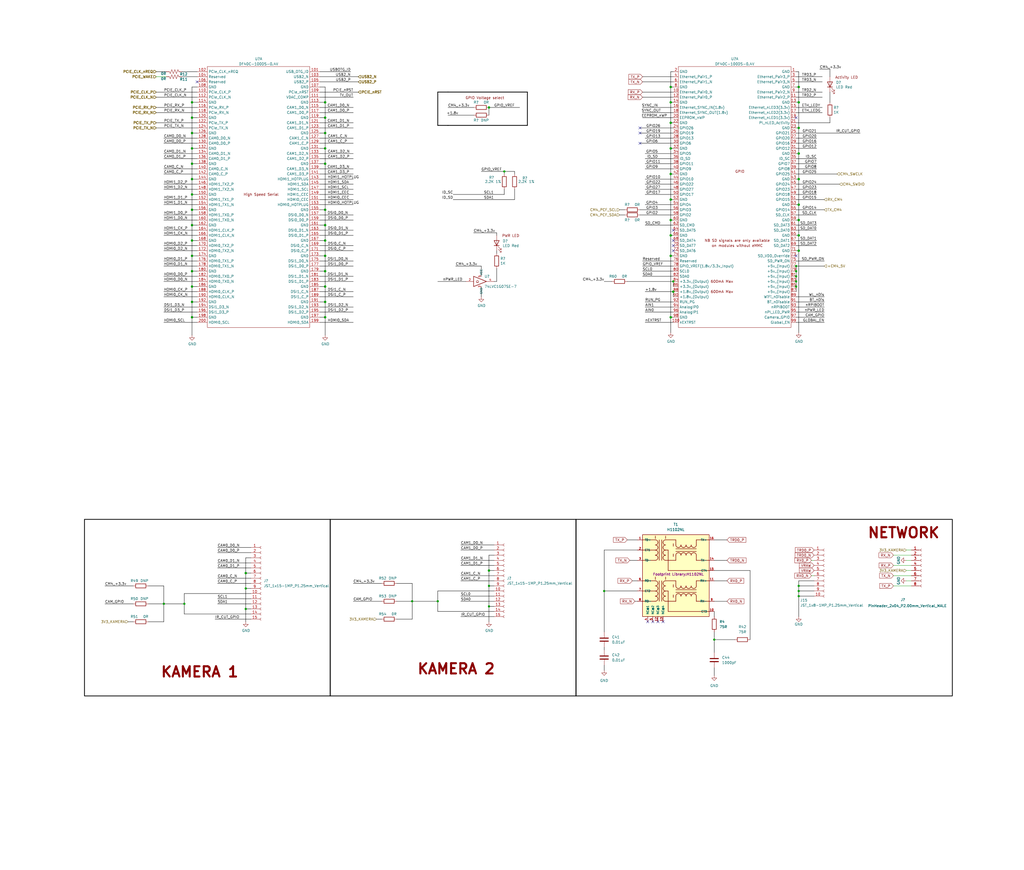
<source format=kicad_sch>
(kicad_sch (version 20231120) (generator "eeschema") (generator_version "8.0")
  (paper "User" 508 431.8)
  (junction (at 394.97 139.7))
  (junction (at 95.25 104.14) (diameter 1.016))
  (junction (at 95.25 142.24) (diameter 1.016))
  (junction (at 242.57 283.21) (diameter 1.016))
  (junction (at 95.25 96.52) (diameter 1.016))
  (junction (at 161.29 142.24) (diameter 1.016))
  (junction (at 121.92 292.1))
  (junction (at 95.25 81.28) (diameter 1.016))
  (junction (at 394.97 132.08))
  (junction (at 95.25 58.42) (diameter 1.016))
  (junction (at 161.29 104.14) (diameter 1.016))
  (junction (at 396.24 124.46) (diameter 1.016))
  (junction (at 396.24 109.22) (diameter 1.016))
  (junction (at 95.25 127) (diameter 1.016))
  (junction (at 396.24 101.6) (diameter 1.016))
  (junction (at 217.17 298.45))
  (junction (at 250.19 85.09))
  (junction (at 161.29 157.48) (diameter 1.016))
  (junction (at 396.24 116.84) (diameter 1.016))
  (junction (at 332.74 99.06) (diameter 1.016))
  (junction (at 95.25 111.76) (diameter 1.016))
  (junction (at 396.24 63.5) (diameter 1.016))
  (junction (at 396.24 290.83))
  (junction (at 332.74 86.36) (diameter 1.016))
  (junction (at 161.29 119.38) (diameter 1.016))
  (junction (at 161.29 149.86) (diameter 1.016))
  (junction (at 334.01 144.78) (diameter 1.016))
  (junction (at 95.25 157.48) (diameter 1.016))
  (junction (at 95.25 134.62) (diameter 1.016))
  (junction (at 161.29 81.28) (diameter 1.016))
  (junction (at 394.97 137.16))
  (junction (at 204.47 298.45))
  (junction (at 95.25 149.86) (diameter 1.016))
  (junction (at 161.29 50.8) (diameter 1.016))
  (junction (at 332.74 60.96) (diameter 1.016))
  (junction (at 161.29 66.04) (diameter 1.016))
  (junction (at 396.24 88.9) (diameter 1.016))
  (junction (at 332.74 109.22) (diameter 1.016))
  (junction (at 161.29 73.66) (diameter 1.016))
  (junction (at 161.29 134.62) (diameter 1.016))
  (junction (at 81.28 299.72))
  (junction (at 332.74 116.84) (diameter 1.016))
  (junction (at 161.29 111.76) (diameter 1.016))
  (junction (at 91.44 299.72))
  (junction (at 161.29 58.42) (diameter 1.016))
  (junction (at 394.97 142.24))
  (junction (at 95.25 50.8) (diameter 1.016))
  (junction (at 396.24 50.8) (diameter 1.016))
  (junction (at 396.24 295.91))
  (junction (at 121.92 284.48) (diameter 1.016))
  (junction (at 394.97 134.62))
  (junction (at 332.74 73.66) (diameter 1.016))
  (junction (at 354.33 317.5))
  (junction (at 299.72 293.37))
  (junction (at 396.24 76.2) (diameter 1.016))
  (junction (at 121.92 302.26))
  (junction (at 161.29 127) (diameter 1.016))
  (junction (at 242.57 53.34) (diameter 1.016))
  (junction (at 242.57 290.83))
  (junction (at 332.74 43.18) (diameter 1.016))
  (junction (at 334.01 139.7))
  (junction (at 332.74 50.8) (diameter 1.016))
  (junction (at 95.25 119.38) (diameter 1.016))
  (junction (at 95.25 66.04) (diameter 1.016))
  (junction (at 242.57 300.99))
  (junction (at 396.24 293.37))
  (junction (at 332.74 127) (diameter 1.016))
  (junction (at 95.25 73.66) (diameter 1.016))
  (junction (at 396.24 43.18) (diameter 1.016))
  (junction (at 95.25 88.9) (diameter 1.016))
  (junction (at 332.74 157.48) (diameter 1.016))
  (no_connect (at 97.79 40.64))
  (no_connect (at 394.97 58.42))
  (no_connect (at 334.01 119.38))
  (no_connect (at 328.93 308.61))
  (no_connect (at 334.01 121.92))
  (no_connect (at 394.97 127))
  (no_connect (at 317.5 63.5))
  (no_connect (at 317.5 66.04))
  (no_connect (at 334.01 124.46))
  (no_connect (at 323.85 308.61))
  (no_connect (at 326.39 308.61))
  (no_connect (at 321.31 308.61))
  (no_connect (at 334.01 114.3))
  (no_connect (at 317.5 71.12))
  (wire (pts (xy 121.92 302.26) (xy 124.46 302.26)) (stroke (width 0.1778) (color 0 0 0 1)))
  (wire (pts (xy 411.734 38.1) (xy 411.734 34.29)) (stroke (width 0.1778) (color 0 0 0 1)))
  (wire (pts (xy 394.97 53.34) (xy 407.924 53.34)) (stroke (width 0.1778) (color 0 0 0 1)))
  (wire (pts (xy 228.6 288.29) (xy 245.11 288.29)) (stroke (width 0.1778) (color 0 0 0 1)))
  (wire (pts (xy 158.75 119.38) (xy 161.29 119.38)) (stroke (width 0.1778) (color 0 0 0 1)))
  (wire (pts (xy 158.75 50.8) (xy 161.29 50.8)) (stroke (width 0.1778) (color 0 0 0 1)))
  (wire (pts (xy 77.47 48.26) (xy 97.79 48.26)) (stroke (width 0.1778) (color 0 0 0 1)))
  (wire (pts (xy 318.77 48.26) (xy 334.01 48.26)) (stroke (width 0.1778) (color 0 0 0 1)))
  (wire (pts (xy 158.75 40.64) (xy 177.8 40.64)) (stroke (width 0.1778) (color 0 0 0 1)))
  (wire (pts (xy 107.95 289.56) (xy 124.46 289.56)) (stroke (width 0.1778) (color 0 0 0 1)))
  (wire (pts (xy 394.97 40.64) (xy 407.924 40.64)) (stroke (width 0.1778) (color 0 0 0 1)))
  (wire (pts (xy 158.75 134.62) (xy 161.29 134.62)) (stroke (width 0.1778) (color 0 0 0 1)))
  (wire (pts (xy 320.04 111.76) (xy 334.01 111.76)) (stroke (width 0.1778) (color 0 0 0 1)))
  (wire (pts (xy 394.97 96.52) (xy 405.13 96.52)) (stroke (width 0.1778) (color 0 0 0 1)))
  (wire (pts (xy 161.29 43.18) (xy 158.75 43.18)) (stroke (width 0.1778) (color 0 0 0 1)))
  (wire (pts (xy 158.75 91.44) (xy 175.26 91.44)) (stroke (width 0.1778) (color 0 0 0 1)))
  (wire (pts (xy 246.38 133.35) (xy 246.38 139.7)) (stroke (width 0.1778) (color 0 0 0 1)))
  (wire (pts (xy 246.38 139.7) (xy 245.11 139.7)) (stroke (width 0.1778) (color 0 0 0 1)))
  (wire (pts (xy 246.38 124.46) (xy 246.38 125.73)) (stroke (width 0.1778) (color 0 0 0 1)))
  (wire (pts (xy 334.01 50.8) (xy 332.74 50.8)) (stroke (width 0.1778) (color 0 0 0 1)))
  (wire (pts (xy 320.04 93.98) (xy 334.01 93.98)) (stroke (width 0.1778) (color 0 0 0 1)))
  (wire (pts (xy 121.92 284.48) (xy 124.46 284.48)) (stroke (width 0.1778) (color 0 0 0 1)))
  (wire (pts (xy 354.33 283.21) (xy 372.11 283.21)) (stroke (width 0.1778) (color 0 0 0 1)))
  (wire (pts (xy 77.47 35.56) (xy 82.55 35.56)) (stroke (width 0.1778) (color 0 0 0 1)))
  (wire (pts (xy 246.38 116.84) (xy 246.38 115.57)) (stroke (width 0.1778) (color 0 0 0 1)))
  (wire (pts (xy 107.95 287.02) (xy 124.46 287.02)) (stroke (width 0.1778) (color 0 0 0 1)))
  (wire (pts (xy 332.74 86.36) (xy 332.74 99.06)) (stroke (width 0.1778) (color 0 0 0 1)))
  (wire (pts (xy 175.26 129.54) (xy 158.75 129.54)) (stroke (width 0.1778) (color 0 0 0 1)))
  (wire (pts (xy 158.75 68.58) (xy 175.26 68.58)) (stroke (width 0.1778) (color 0 0 0 1)))
  (wire (pts (xy 394.97 78.74) (xy 405.13 78.74)) (stroke (width 0.1778) (color 0 0 0 1)))
  (wire (pts (xy 81.28 109.22) (xy 97.79 109.22)) (stroke (width 0.1778) (color 0 0 0 1)))
  (wire (pts (xy 158.75 104.14) (xy 161.29 104.14)) (stroke (width 0.1778) (color 0 0 0 1)))
  (wire (pts (xy 299.72 139.7) (xy 303.53 139.7)) (stroke (width 0.1778) (color 0 0 0 1)))
  (wire (pts (xy 121.92 292.1) (xy 124.46 292.1)) (stroke (width 0.1778) (color 0 0 0 1)))
  (polyline (pts (xy 217.17 62.23) (xy 222.25 62.23)) (stroke (width 0.381) (type solid) (color 0 0 0 1)))
  (wire (pts (xy 161.29 66.04) (xy 161.29 58.42)) (stroke (width 0.1778) (color 0 0 0 1)))
  (wire (pts (xy 396.24 116.84) (xy 396.24 124.46)) (stroke (width 0.1778) (color 0 0 0 1)))
  (wire (pts (xy 158.75 81.28) (xy 161.29 81.28)) (stroke (width 0.1778) (color 0 0 0 1)))
  (wire (pts (xy 97.79 157.48) (xy 95.25 157.48)) (stroke (width 0.1778) (color 0 0 0 1)))
  (wire (pts (xy 313.69 288.29) (xy 316.23 288.29)) (stroke (width 0.1778) (color 0 0 0 1)))
  (wire (pts (xy 186.69 307.34) (xy 189.23 307.34)) (stroke (width 0.1778) (color 0 0 0 1)))
  (wire (pts (xy 394.97 116.84) (xy 396.24 116.84)) (stroke (width 0.1778) (color 0 0 0 1)))
  (wire (pts (xy 95.25 111.76) (xy 97.79 111.76)) (stroke (width 0.1778) (color 0 0 0 1)))
  (wire (pts (xy 394.97 154.94) (xy 408.94 154.94)) (stroke (width 0.1778) (color 0 0 0 1)))
  (wire (pts (xy 332.74 116.84) (xy 332.74 127)) (stroke (width 0.1778) (color 0 0 0 1)))
  (wire (pts (xy 91.44 294.64) (xy 124.46 294.64)) (stroke (width 0.1778) (color 0 0 0 1)))
  (wire (pts (xy 320.04 149.86) (xy 334.01 149.86)) (stroke (width 0.1778) (color 0 0 0 1)))
  (wire (pts (xy 396.24 88.9) (xy 396.24 101.6)) (stroke (width 0.1778) (color 0 0 0 1)))
  (wire (pts (xy 394.97 129.54) (xy 408.94 129.54)) (stroke (width 0.1778) (color 0 0 0 1)))
  (wire (pts (xy 394.97 132.08) (xy 394.97 134.62)) (stroke (width 0.1778) (color 0 0 0 1)))
  (wire (pts (xy 394.97 157.48) (xy 408.94 157.48)) (stroke (width 0.1778) (color 0 0 0 1)))
  (wire (pts (xy 158.75 116.84) (xy 175.26 116.84)) (stroke (width 0.1778) (color 0 0 0 1)))
  (wire (pts (xy 360.68 267.97) (xy 354.33 267.97)) (stroke (width 0.1778) (color 0 0 0 1)))
  (wire (pts (xy 158.75 144.78) (xy 175.26 144.78)) (stroke (width 0.1778) (color 0 0 0 1)))
  (wire (pts (xy 320.04 88.9) (xy 334.01 88.9)) (stroke (width 0.1778) (color 0 0 0 1)))
  (wire (pts (xy 106.68 307.34) (xy 124.46 307.34)) (stroke (width 0.1778) (color 0 0 0 1)))
  (wire (pts (xy 396.24 293.37) (xy 396.24 295.91)) (stroke (width 0.1778) (color 0 0 0 1)))
  (wire (pts (xy 394.97 139.7) (xy 394.97 142.24)) (stroke (width 0.1778) (color 0 0 0 1)))
  (wire (pts (xy 372.11 283.21) (xy 372.11 317.5)) (stroke (width 0.1778) (color 0 0 0 1)))
  (wire (pts (xy 95.25 119.38) (xy 97.79 119.38)) (stroke (width 0.1778) (color 0 0 0 1)))
  (wire (pts (xy 318.77 129.54) (xy 334.01 129.54)) (stroke (width 0.1778) (color 0 0 0 1)))
  (wire (pts (xy 443.23 280.67) (xy 452.12 280.67)))
  (wire (pts (xy 161.29 81.28) (xy 161.29 73.66)) (stroke (width 0.1778) (color 0 0 0 1)))
  (wire (pts (xy 81.28 86.36) (xy 97.79 86.36)) (stroke (width 0.1778) (color 0 0 0 1)))
  (wire (pts (xy 81.28 290.83) (xy 81.28 299.72)) (stroke (width 0.1778) (color 0 0 0 1)))
  (wire (pts (xy 242.57 300.99) (xy 245.11 300.99)) (stroke (width 0.1778) (color 0 0 0 1)))
  (wire (pts (xy 158.75 93.98) (xy 175.26 93.98)) (stroke (width 0.1778) (color 0 0 0 1)))
  (wire (pts (xy 158.75 38.1) (xy 177.8 38.1)) (stroke (width 0.1778) (color 0 0 0 1)))
  (wire (pts (xy 394.97 152.4) (xy 408.94 152.4)) (stroke (width 0.1778) (color 0 0 0 1)))
  (wire (pts (xy 354.33 303.53) (xy 354.33 306.07)) (stroke (width 0.1778) (color 0 0 0 1)))
  (wire (pts (xy 161.29 142.24) (xy 161.29 149.86)) (stroke (width 0.1778) (color 0 0 0 1)))
  (wire (pts (xy 396.24 295.91) (xy 403.86 295.91)) (stroke (width 0.1778) (color 0 0 0 1)))
  (wire (pts (xy 394.97 147.32) (xy 408.94 147.32)) (stroke (width 0.1778) (color 0 0 0 1)))
  (wire (pts (xy 95.25 142.24) (xy 97.79 142.24)) (stroke (width 0.1778) (color 0 0 0 1)))
  (wire (pts (xy 318.77 134.62) (xy 334.01 134.62)) (stroke (width 0.1778) (color 0 0 0 1)))
  (wire (pts (xy 394.97 48.26) (xy 407.924 48.26)) (stroke (width 0.1778) (color 0 0 0 1)))
  (wire (pts (xy 332.74 60.96) (xy 334.01 60.96)) (stroke (width 0.1778) (color 0 0 0 1)))
  (wire (pts (xy 222.25 53.34) (xy 234.95 53.34)) (stroke (width 0.1778) (color 0 0 0 1)))
  (wire (pts (xy 396.24 101.6) (xy 396.24 109.22)) (stroke (width 0.1778) (color 0 0 0 1)))
  (wire (pts (xy 91.44 294.64) (xy 91.44 299.72)) (stroke (width 0.1778) (color 0 0 0 1)))
  (wire (pts (xy 320.04 160.02) (xy 334.01 160.02)) (stroke (width 0.1778) (color 0 0 0 1)))
  (wire (pts (xy 217.17 298.45) (xy 217.17 303.53)) (stroke (width 0.1778) (color 0 0 0 1)))
  (wire (pts (xy 332.74 43.18) (xy 332.74 50.8)) (stroke (width 0.1778) (color 0 0 0 1)))
  (wire (pts (xy 81.28 101.6) (xy 97.79 101.6)) (stroke (width 0.1778) (color 0 0 0 1)))
  (wire (pts (xy 107.95 281.94) (xy 124.46 281.94)) (stroke (width 0.1778) (color 0 0 0 1)))
  (wire (pts (xy 394.97 43.18) (xy 396.24 43.18)) (stroke (width 0.1778) (color 0 0 0 1)))
  (wire (pts (xy 394.97 104.14) (xy 408.94 104.14)) (stroke (width 0.1778) (color 0 0 0 1)))
  (wire (pts (xy 95.25 142.24) (xy 95.25 149.86)) (stroke (width 0.1778) (color 0 0 0 1)))
  (wire (pts (xy 396.24 288.29) (xy 396.24 290.83)) (stroke (width 0.1778) (color 0 0 0 1)))
  (wire (pts (xy 158.75 121.92) (xy 175.26 121.92)) (stroke (width 0.1778) (color 0 0 0 1)))
  (wire (pts (xy 107.95 274.32) (xy 124.46 274.32)) (stroke (width 0.1778) (color 0 0 0 1)))
  (wire (pts (xy 334.01 157.48) (xy 332.74 157.48)) (stroke (width 0.1778) (color 0 0 0 1)))
  (wire (pts (xy 394.97 142.24) (xy 394.97 144.78)) (stroke (width 0.1778) (color 0 0 0 1)))
  (wire (pts (xy 307.34 106.68) (xy 309.88 106.68)) (stroke (width 0.1778) (color 0 0 0 1)))
  (wire (pts (xy 158.75 99.06) (xy 175.26 99.06)) (stroke (width 0.1778) (color 0 0 0 1)))
  (wire (pts (xy 91.44 304.8) (xy 124.46 304.8)) (stroke (width 0.1778) (color 0 0 0 1)))
  (wire (pts (xy 81.28 121.92) (xy 97.79 121.92)) (stroke (width 0.1778) (color 0 0 0 1)))
  (wire (pts (xy 204.47 298.45) (xy 204.47 307.34)) (stroke (width 0.1778) (color 0 0 0 1)))
  (wire (pts (xy 299.72 273.05) (xy 299.72 293.37)) (stroke (width 0.1778) (color 0 0 0 1)))
  (wire (pts (xy 360.68 278.13) (xy 354.33 278.13)) (stroke (width 0.1778) (color 0 0 0 1)))
  (wire (pts (xy 95.25 50.8) (xy 95.25 58.42)) (stroke (width 0.1778) (color 0 0 0 1)))
  (wire (pts (xy 217.17 303.53) (xy 245.11 303.53)) (stroke (width 0.1778) (color 0 0 0 1)))
  (wire (pts (xy 394.97 45.72) (xy 407.924 45.72)) (stroke (width 0.1778) (color 0 0 0 1)))
  (wire (pts (xy 97.79 53.34) (xy 77.47 53.34)) (stroke (width 0.1778) (color 0 0 0 1)))
  (wire (pts (xy 161.29 134.62) (xy 161.29 142.24)) (stroke (width 0.1778) (color 0 0 0 1)))
  (wire (pts (xy 242.57 275.59) (xy 242.57 283.21)) (stroke (width 0.1778) (color 0 0 0 1)))
  (wire (pts (xy 334.01 142.24) (xy 334.01 139.7)) (stroke (width 0.1778) (color 0 0 0 1)))
  (wire (pts (xy 317.5 104.14) (xy 334.01 104.14)) (stroke (width 0.1778) (color 0 0 0 1)))
  (wire (pts (xy 158.75 127) (xy 161.29 127)) (stroke (width 0.1778) (color 0 0 0 1)))
  (wire (pts (xy 354.33 331.47) (xy 354.33 335.28)) (stroke (width 0.1778) (color 0 0 0 1)))
  (wire (pts (xy 81.28 76.2) (xy 97.79 76.2)) (stroke (width 0.1778) (color 0 0 0 1)))
  (wire (pts (xy 158.75 96.52) (xy 175.26 96.52)) (stroke (width 0.1778) (color 0 0 0 1)))
  (wire (pts (xy 394.97 106.68) (xy 405.13 106.68)) (stroke (width 0.1778) (color 0 0 0 1)))
  (wire (pts (xy 245.11 295.91) (xy 228.6 295.91)) (stroke (width 0.1778) (color 0 0 0 1)))
  (wire (pts (xy 95.25 111.76) (xy 95.25 119.38)) (stroke (width 0.1778) (color 0 0 0 1)))
  (wire (pts (xy 224.79 99.06) (xy 255.27 99.06)) (stroke (width 0.1778) (color 0 0 0 1)))
  (wire (pts (xy 81.28 299.72) (xy 73.66 299.72)) (stroke (width 0.1778) (color 0 0 0 1)))
  (wire (pts (xy 175.26 53.34) (xy 158.75 53.34)) (stroke (width 0.1778) (color 0 0 0 1)))
  (wire (pts (xy 95.25 134.62) (xy 97.79 134.62)) (stroke (width 0.1778) (color 0 0 0 1)))
  (wire (pts (xy 81.28 71.12) (xy 97.79 71.12)) (stroke (width 0.1778) (color 0 0 0 1)))
  (wire (pts (xy 158.75 147.32) (xy 175.26 147.32)) (stroke (width 0.1778) (color 0 0 0 1)))
  (wire (pts (xy 81.28 114.3) (xy 97.79 114.3)) (stroke (width 0.1778) (color 0 0 0 1)))
  (wire (pts (xy 121.92 292.1) (xy 121.92 302.26)) (stroke (width 0.1778) (color 0 0 0 1)))
  (wire (pts (xy 217.17 293.37) (xy 245.11 293.37)) (stroke (width 0.1778) (color 0 0 0 1)))
  (wire (pts (xy 81.28 68.58) (xy 97.79 68.58)) (stroke (width 0.1778) (color 0 0 0 1)))
  (wire (pts (xy 95.25 134.62) (xy 95.25 142.24)) (stroke (width 0.1778) (color 0 0 0 1)))
  (polyline (pts (xy 222.25 45.72) (xy 261.62 45.72)) (stroke (width 0.381) (type solid) (color 0 0 0 1)))
  (wire (pts (xy 320.04 154.94) (xy 334.01 154.94)) (stroke (width 0.1778) (color 0 0 0 1)))
  (wire (pts (xy 204.47 289.56) (xy 204.47 298.45)) (stroke (width 0.1778) (color 0 0 0 1)))
  (wire (pts (xy 242.57 290.83) (xy 245.11 290.83)) (stroke (width 0.1778) (color 0 0 0 1)))
  (wire (pts (xy 318.77 132.08) (xy 334.01 132.08)) (stroke (width 0.1778) (color 0 0 0 1)))
  (wire (pts (xy 443.23 285.75) (xy 452.12 285.75)))
  (wire (pts (xy 175.26 132.08) (xy 158.75 132.08)) (stroke (width 0.1778) (color 0 0 0 1)))
  (wire (pts (xy 242.57 290.83) (xy 242.57 300.99)) (stroke (width 0.1778) (color 0 0 0 1)))
  (wire (pts (xy 81.28 154.94) (xy 97.79 154.94)) (stroke (width 0.1778) (color 0 0 0 1)))
  (wire (pts (xy 242.57 53.34) (xy 257.81 53.34)) (stroke (width 0.1778) (color 0 0 0 1)))
  (wire (pts (xy 312.42 278.13) (xy 316.23 278.13)) (stroke (width 0.1778) (color 0 0 0 1)))
  (wire (pts (xy 175.26 289.56) (xy 189.23 289.56)) (stroke (width 0.1778) (color 0 0 0 1)))
  (wire (pts (xy 334.01 144.78) (xy 334.264 144.78)) (stroke (width 0.1778) (color 0 0 0 1)))
  (wire (pts (xy 222.25 57.15) (xy 234.95 57.15)) (stroke (width 0.1778) (color 0 0 0 1)))
  (wire (pts (xy 175.26 55.88) (xy 158.75 55.88)) (stroke (width 0.1778) (color 0 0 0 1)))
  (wire (pts (xy 158.75 160.02) (xy 175.26 160.02)) (stroke (width 0.1778) (color 0 0 0 1)))
  (wire (pts (xy 449.58 283.21) (xy 452.12 283.21)))
  (wire (pts (xy 81.28 139.7) (xy 97.79 139.7)) (stroke (width 0.1778) (color 0 0 0 1)))
  (wire (pts (xy 95.25 50.8) (xy 97.79 50.8)) (stroke (width 0.1778) (color 0 0 0 1)))
  (wire (pts (xy 320.04 101.6) (xy 334.01 101.6)) (stroke (width 0.1778) (color 0 0 0 1)))
  (wire (pts (xy 411.734 45.72) (xy 411.734 50.8)) (stroke (width 0.1778) (color 0 0 0 1)))
  (wire (pts (xy 158.75 124.46) (xy 175.26 124.46)) (stroke (width 0.1778) (color 0 0 0 1)))
  (wire (pts (xy 394.97 149.86) (xy 408.94 149.86)) (stroke (width 0.1778) (color 0 0 0 1)))
  (wire (pts (xy 394.97 132.08) (xy 408.94 132.08)) (stroke (width 0.1778) (color 0 0 0 1)))
  (wire (pts (xy 175.26 137.16) (xy 158.75 137.16)) (stroke (width 0.1778) (color 0 0 0 1)))
  (wire (pts (xy 354.33 313.69) (xy 354.33 317.5)) (stroke (width 0.1778) (color 0 0 0 1)))
  (wire (pts (xy 158.75 48.26) (xy 175.26 48.26)) (stroke (width 0.1778) (color 0 0 0 1)))
  (wire (pts (xy 332.74 73.66) (xy 334.01 73.66)) (stroke (width 0.1778) (color 0 0 0 1)))
  (wire (pts (xy 161.29 111.76) (xy 161.29 119.38)) (stroke (width 0.1778) (color 0 0 0 1)))
  (wire (pts (xy 204.47 298.45) (xy 217.17 298.45)) (stroke (width 0.1778) (color 0 0 0 1)))
  (wire (pts (xy 396.24 290.83) (xy 403.86 290.83)) (stroke (width 0.1778) (color 0 0 0 1)))
  (wire (pts (xy 396.24 290.83) (xy 396.24 293.37)) (stroke (width 0.1778) (color 0 0 0 1)))
  (wire (pts (xy 317.5 63.5) (xy 334.01 63.5)) (stroke (width 0.1778) (color 0 0 0 1)))
  (wire (pts (xy 394.97 76.2) (xy 396.24 76.2)) (stroke (width 0.1778) (color 0 0 0 1)))
  (wire (pts (xy 449.58 273.05) (xy 452.12 273.05)))
  (wire (pts (xy 360.68 298.45) (xy 354.33 298.45)) (stroke (width 0.1778) (color 0 0 0 1)))
  (wire (pts (xy 402.59 278.13) (xy 403.86 278.13)))
  (wire (pts (xy 196.85 307.34) (xy 204.47 307.34)) (stroke (width 0.1778) (color 0 0 0 1)))
  (wire (pts (xy 443.23 290.83) (xy 452.12 290.83)))
  (wire (pts (xy 443.23 275.59) (xy 452.12 275.59)))
  (wire (pts (xy 95.25 73.66) (xy 95.25 81.28)) (stroke (width 0.1778) (color 0 0 0 1)))
  (wire (pts (xy 204.47 298.45) (xy 196.85 298.45)) (stroke (width 0.1778) (color 0 0 0 1)))
  (wire (pts (xy 394.97 63.5) (xy 396.24 63.5)) (stroke (width 0.1778) (color 0 0 0 1)))
  (wire (pts (xy 394.97 137.16) (xy 394.97 139.7)) (stroke (width 0.1778) (color 0 0 0 1)))
  (wire (pts (xy 175.26 63.5) (xy 158.75 63.5)) (stroke (width 0.1778) (color 0 0 0 1)))
  (wire (pts (xy 81.28 83.82) (xy 97.79 83.82)) (stroke (width 0.1778) (color 0 0 0 1)))
  (wire (pts (xy 238.76 132.08) (xy 226.06 132.08)) (stroke (width 0.1778) (color 0 0 0 1)))
  (wire (pts (xy 77.47 63.5) (xy 97.79 63.5)) (stroke (width 0.1778) (color 0 0 0 1)))
  (wire (pts (xy 95.25 157.48) (xy 95.25 166.37)) (stroke (width 0.1778) (color 0 0 0 1)))
  (wire (pts (xy 158.75 101.6) (xy 175.26 101.6)) (stroke (width 0.1778) (color 0 0 0 1)))
  (wire (pts (xy 224.79 96.52) (xy 250.19 96.52)) (stroke (width 0.1778) (color 0 0 0 1)))
  (wire (pts (xy 332.74 127) (xy 332.74 157.48)) (stroke (width 0.1778) (color 0 0 0 1)))
  (wire (pts (xy 107.95 299.72) (xy 124.46 299.72)) (stroke (width 0.1778) (color 0 0 0 1)))
  (wire (pts (xy 317.5 106.68) (xy 334.01 106.68)) (stroke (width 0.1778) (color 0 0 0 1)))
  (wire (pts (xy 318.77 55.88) (xy 334.01 55.88)) (stroke (width 0.1778) (color 0 0 0 1)))
  (wire (pts (xy 396.24 293.37) (xy 403.86 293.37)) (stroke (width 0.1778) (color 0 0 0 1)))
  (wire (pts (xy 97.79 149.86) (xy 95.25 149.86)) (stroke (width 0.1778) (color 0 0 0 1)))
  (wire (pts (xy 320.04 78.74) (xy 334.01 78.74)) (stroke (width 0.1778) (color 0 0 0 1)))
  (wire (pts (xy 396.24 63.5) (xy 396.24 76.2)) (stroke (width 0.1778) (color 0 0 0 1)))
  (wire (pts (xy 95.25 73.66) (xy 97.79 73.66)) (stroke (width 0.1778) (color 0 0 0 1)))
  (wire (pts (xy 158.75 66.04) (xy 161.29 66.04)) (stroke (width 0.1778) (color 0 0 0 1)))
  (wire (pts (xy 158.75 58.42) (xy 161.29 58.42)) (stroke (width 0.1778) (color 0 0 0 1)))
  (wire (pts (xy 255.27 85.09) (xy 250.19 85.09)) (stroke (width 0.1778) (color 0 0 0 1)))
  (wire (pts (xy 394.97 93.98) (xy 405.13 93.98)) (stroke (width 0.1778) (color 0 0 0 1)))
  (wire (pts (xy 396.24 288.29) (xy 403.86 288.29)) (stroke (width 0.1778) (color 0 0 0 1)))
  (wire (pts (xy 81.28 99.06) (xy 97.79 99.06)) (stroke (width 0.1778) (color 0 0 0 1)))
  (wire (pts (xy 299.72 293.37) (xy 316.23 293.37)) (stroke (width 0.1778) (color 0 0 0 1)))
  (wire (pts (xy 242.57 53.34) (xy 242.57 57.15)) (stroke (width 0.1778) (color 0 0 0 1)))
  (wire (pts (xy 228.6 280.67) (xy 245.11 280.67)) (stroke (width 0.1778) (color 0 0 0 1)))
  (wire (pts (xy 396.24 109.22) (xy 396.24 116.84)) (stroke (width 0.1778) (color 0 0 0 1)))
  (wire (pts (xy 173.99 35.56) (xy 158.75 35.56)) (stroke (width 0.1778) (color 0 0 0 1)))
  (wire (pts (xy 317.5 66.04) (xy 334.01 66.04)) (stroke (width 0.1778) (color 0 0 0 1)))
  (wire (pts (xy 81.28 152.4) (xy 97.79 152.4)) (stroke (width 0.1778) (color 0 0 0 1)))
  (wire (pts (xy 81.28 78.74) (xy 97.79 78.74)) (stroke (width 0.1778) (color 0 0 0 1)))
  (wire (pts (xy 81.28 124.46) (xy 97.79 124.46)) (stroke (width 0.1778) (color 0 0 0 1)))
  (wire (pts (xy 318.77 40.64) (xy 334.01 40.64)) (stroke (width 0.1778) (color 0 0 0 1)))
  (wire (pts (xy 396.24 50.8) (xy 396.24 63.5)) (stroke (width 0.1778) (color 0 0 0 1)))
  (wire (pts (xy 354.33 317.5) (xy 354.33 323.85)) (stroke (width 0.1778) (color 0 0 0 1)))
  (wire (pts (xy 318.77 38.1) (xy 334.01 38.1)) (stroke (width 0.1778) (color 0 0 0 1)))
  (wire (pts (xy 320.04 91.44) (xy 334.01 91.44)) (stroke (width 0.1778) (color 0 0 0 1)))
  (wire (pts (xy 204.47 289.56) (xy 196.85 289.56)) (stroke (width 0.1778) (color 0 0 0 1)))
  (wire (pts (xy 394.97 109.22) (xy 396.24 109.22)) (stroke (width 0.1778) (color 0 0 0 1)))
  (wire (pts (xy 90.17 38.1) (xy 97.79 38.1)) (stroke (width 0.1778) (color 0 0 0 1)))
  (polyline (pts (xy 222.25 45.72) (xy 217.17 45.72)) (stroke (width 0.381) (type solid) (color 0 0 0 1)))
  (wire (pts (xy 332.74 60.96) (xy 332.74 73.66)) (stroke (width 0.1778) (color 0 0 0 1)))
  (wire (pts (xy 316.23 273.05) (xy 299.72 273.05)) (stroke (width 0.1778) (color 0 0 0 1)))
  (wire (pts (xy 121.92 276.86) (xy 124.46 276.86)) (stroke (width 0.1778) (color 0 0 0 1)))
  (wire (pts (xy 449.58 278.13) (xy 452.12 278.13)))
  (wire (pts (xy 394.97 114.3) (xy 405.13 114.3)) (stroke (width 0.1778) (color 0 0 0 1)))
  (wire (pts (xy 175.26 298.45) (xy 189.23 298.45)) (stroke (width 0.1778) (color 0 0 0 1)))
  (wire (pts (xy 394.97 35.56) (xy 396.24 35.56)) (stroke (width 0.1778) (color 0 0 0 1)))
  (wire (pts (xy 242.57 283.21) (xy 242.57 290.83)) (stroke (width 0.1778) (color 0 0 0 1)))
  (wire (pts (xy 95.25 88.9) (xy 95.25 96.52)) (stroke (width 0.1778) (color 0 0 0 1)))
  (wire (pts (xy 91.44 299.72) (xy 91.44 304.8)) (stroke (width 0.1778) (color 0 0 0 1)))
  (wire (pts (xy 95.25 43.18) (xy 95.25 50.8)) (stroke (width 0.1778) (color 0 0 0 1)))
  (wire (pts (xy 238.76 142.24) (xy 238.76 147.32)) (stroke (width 0.1778) (color 0 0 0 1)))
  (wire (pts (xy 299.72 332.74) (xy 299.72 330.2)) (stroke (width 0.1778) (color 0 0 0 1)))
  (wire (pts (xy 90.17 35.56) (xy 97.79 35.56)) (stroke (width 0.1778) (color 0 0 0 1)))
  (wire (pts (xy 238.76 137.16) (xy 238.76 132.08)) (stroke (width 0.1778) (color 0 0 0 1)))
  (wire (pts (xy 107.95 297.18) (xy 124.46 297.18)) (stroke (width 0.1778) (color 0 0 0 1)))
  (wire (pts (xy 158.75 114.3) (xy 175.26 114.3)) (stroke (width 0.1778) (color 0 0 0 1)))
  (wire (pts (xy 334.01 147.32) (xy 334.01 144.78)) (stroke (width 0.1778) (color 0 0 0 1)))
  (wire (pts (xy 394.97 81.28) (xy 405.13 81.28)) (stroke (width 0.1778) (color 0 0 0 1)))
  (wire (pts (xy 161.29 157.48) (xy 161.29 166.37)) (stroke (width 0.1778) (color 0 0 0 1)))
  (wire (pts (xy 394.97 111.76) (xy 405.13 111.76)) (stroke (width 0.1778) (color 0 0 0 1)))
  (wire (pts (xy 73.66 308.61) (xy 81.28 308.61)) (stroke (width 0.1778) (color 0 0 0 1)))
  (wire (pts (xy 161.29 127) (xy 161.29 134.62)) (stroke (width 0.1778) (color 0 0 0 1)))
  (wire (pts (xy 394.97 86.36) (xy 415.29 86.36)) (stroke (width 0.1778) (color 0 0 0 1)))
  (wire (pts (xy 320.04 144.78) (xy 334.01 144.78)) (stroke (width 0.1778) (color 0 0 0 1)))
  (wire (pts (xy 161.29 104.14) (xy 161.29 111.76)) (stroke (width 0.1778) (color 0 0 0 1)))
  (wire (pts (xy 121.92 276.86) (xy 121.92 284.48)) (stroke (width 0.1778) (color 0 0 0 1)))
  (wire (pts (xy 242.57 283.21) (xy 245.11 283.21)) (stroke (width 0.1778) (color 0 0 0 1)))
  (wire (pts (xy 81.28 129.54) (xy 97.79 129.54)) (stroke (width 0.1778) (color 0 0 0 1)))
  (wire (pts (xy 394.97 124.46) (xy 396.24 124.46)) (stroke (width 0.1778) (color 0 0 0 1)))
  (wire (pts (xy 394.97 160.02) (xy 408.94 160.02)) (stroke (width 0.1778) (color 0 0 0 1)))
  (wire (pts (xy 81.28 106.68) (xy 97.79 106.68)) (stroke (width 0.1778) (color 0 0 0 1)))
  (wire (pts (xy 82.55 38.1) (xy 77.47 38.1)))
  (wire (pts (xy 175.26 109.22) (xy 158.75 109.22)) (stroke (width 0.1778) (color 0 0 0 1)))
  (wire (pts (xy 394.97 91.44) (xy 416.56 91.44)) (stroke (width 0.1778) (color 0 0 0 1)))
  (wire (pts (xy 81.28 91.44) (xy 97.79 91.44)) (stroke (width 0.1778) (color 0 0 0 1)))
  (wire (pts (xy 396.24 124.46) (xy 396.24 165.1)) (stroke (width 0.1778) (color 0 0 0 1)))
  (wire (pts (xy 228.6 273.05) (xy 245.11 273.05)) (stroke (width 0.1778) (color 0 0 0 1)))
  (wire (pts (xy 95.25 58.42) (xy 97.79 58.42)) (stroke (width 0.1778) (color 0 0 0 1)))
  (wire (pts (xy 161.29 58.42) (xy 161.29 50.8)) (stroke (width 0.1778) (color 0 0 0 1)))
  (wire (pts (xy 81.28 144.78) (xy 97.79 144.78)) (stroke (width 0.1778) (color 0 0 0 1)))
  (wire (pts (xy 402.59 285.75) (xy 403.86 285.75)))
  (wire (pts (xy 63.5 308.61) (xy 66.04 308.61)) (stroke (width 0.1778) (color 0 0 0 1)))
  (wire (pts (xy 394.97 134.62) (xy 394.97 137.16)) (stroke (width 0.1778) (color 0 0 0 1)))
  (wire (pts (xy 396.24 35.56) (xy 396.24 43.18)) (stroke (width 0.1778) (color 0 0 0 1)))
  (wire (pts (xy 95.25 104.14) (xy 95.25 111.76)) (stroke (width 0.1778) (color 0 0 0 1)))
  (wire (pts (xy 320.04 81.28) (xy 334.01 81.28)) (stroke (width 0.1778) (color 0 0 0 1)))
  (wire (pts (xy 320.04 83.82) (xy 334.01 83.82)) (stroke (width 0.1778) (color 0 0 0 1)))
  (wire (pts (xy 95.25 96.52) (xy 97.79 96.52)) (stroke (width 0.1778) (color 0 0 0 1)))
  (wire (pts (xy 161.29 149.86) (xy 161.29 157.48)) (stroke (width 0.1778) (color 0 0 0 1)))
  (wire (pts (xy 95.25 66.04) (xy 95.25 73.66)) (stroke (width 0.1778) (color 0 0 0 1)))
  (wire (pts (xy 95.25 81.28) (xy 97.79 81.28)) (stroke (width 0.1778) (color 0 0 0 1)))
  (wire (pts (xy 406.654 34.29) (xy 411.734 34.29)) (stroke (width 0.1778) (color 0 0 0 1)))
  (wire (pts (xy 95.25 96.52) (xy 95.25 104.14)) (stroke (width 0.1778) (color 0 0 0 1)))
  (wire (pts (xy 121.92 302.26) (xy 121.92 308.61)) (stroke (width 0.1778) (color 0 0 0 1)))
  (wire (pts (xy 396.24 43.18) (xy 396.24 50.8)) (stroke (width 0.1778) (color 0 0 0 1)))
  (wire (pts (xy 95.25 127) (xy 97.79 127)) (stroke (width 0.1778) (color 0 0 0 1)))
  (wire (pts (xy 161.29 81.28) (xy 161.29 104.14)) (stroke (width 0.1778) (color 0 0 0 1)))
  (wire (pts (xy 334.01 35.56) (xy 332.74 35.56)) (stroke (width 0.1778) (color 0 0 0 1)))
  (wire (pts (xy 158.75 142.24) (xy 161.29 142.24)) (stroke (width 0.1778) (color 0 0 0 1)))
  (wire (pts (xy 175.26 86.36) (xy 158.75 86.36)) (stroke (width 0.1778) (color 0 0 0 1)))
  (wire (pts (xy 158.75 76.2) (xy 175.26 76.2)) (stroke (width 0.1778) (color 0 0 0 1)))
  (wire (pts (xy 107.95 279.4) (xy 124.46 279.4)) (stroke (width 0.1778) (color 0 0 0 1)))
  (wire (pts (xy 255.27 86.36) (xy 255.27 85.09)) (stroke (width 0.1778) (color 0 0 0 1)))
  (wire (pts (xy 396.24 76.2) (xy 396.24 88.9)) (stroke (width 0.1778) (color 0 0 0 1)))
  (wire (pts (xy 332.74 109.22) (xy 334.01 109.22)) (stroke (width 0.1778) (color 0 0 0 1)))
  (wire (pts (xy 332.74 109.22) (xy 332.74 116.84)) (stroke (width 0.1778) (color 0 0 0 1)))
  (wire (pts (xy 318.77 53.34) (xy 334.01 53.34)) (stroke (width 0.1778) (color 0 0 0 1)))
  (wire (pts (xy 81.28 299.72) (xy 81.28 308.61)) (stroke (width 0.1778) (color 0 0 0 1)))
  (wire (pts (xy 97.79 43.18) (xy 95.25 43.18)) (stroke (width 0.1778) (color 0 0 0 1)))
  (wire (pts (xy 228.6 270.51) (xy 245.11 270.51)) (stroke (width 0.1778) (color 0 0 0 1)))
  (wire (pts (xy 354.33 317.5) (xy 364.49 317.5)) (stroke (width 0.1778) (color 0 0 0 1)))
  (wire (pts (xy 52.07 290.83) (xy 66.04 290.83)) (stroke (width 0.1778) (color 0 0 0 1)))
  (wire (pts (xy 175.26 106.68) (xy 158.75 106.68)) (stroke (width 0.1778) (color 0 0 0 1)))
  (wire (pts (xy 158.75 154.94) (xy 175.26 154.94)) (stroke (width 0.1778) (color 0 0 0 1)))
  (wire (pts (xy 332.74 127) (xy 334.01 127)) (stroke (width 0.1778) (color 0 0 0 1)))
  (wire (pts (xy 81.28 160.02) (xy 97.79 160.02)) (stroke (width 0.1778) (color 0 0 0 1)))
  (wire (pts (xy 307.34 104.14) (xy 309.88 104.14)) (stroke (width 0.1778) (color 0 0 0 1)))
  (wire (pts (xy 245.11 298.45) (xy 228.6 298.45)) (stroke (width 0.1778) (color 0 0 0 1)))
  (wire (pts (xy 95.25 104.14) (xy 97.79 104.14)) (stroke (width 0.1778) (color 0 0 0 1)))
  (wire (pts (xy 97.79 55.88) (xy 77.47 55.88)) (stroke (width 0.1778) (color 0 0 0 1)))
  (wire (pts (xy 228.6 306.07) (xy 245.11 306.07)) (stroke (width 0.1778) (color 0 0 0 1)))
  (wire (pts (xy 81.28 93.98) (xy 97.79 93.98)) (stroke (width 0.1778) (color 0 0 0 1)))
  (wire (pts (xy 332.74 157.48) (xy 332.74 165.1)) (stroke (width 0.1778) (color 0 0 0 1)))
  (wire (pts (xy 311.15 267.97) (xy 316.23 267.97)) (stroke (width 0.1778) (color 0 0 0 1)))
  (wire (pts (xy 121.92 284.48) (xy 121.92 292.1)) (stroke (width 0.1778) (color 0 0 0 1)))
  (wire (pts (xy 314.96 298.45) (xy 316.23 298.45)) (stroke (width 0.1778) (color 0 0 0 1)))
  (wire (pts (xy 394.97 55.88) (xy 407.924 55.88)) (stroke (width 0.1778) (color 0 0 0 1)))
  (wire (pts (xy 161.29 73.66) (xy 161.29 66.04)) (stroke (width 0.1778) (color 0 0 0 1)))
  (wire (pts (xy 394.97 119.38) (xy 405.13 119.38)) (stroke (width 0.1778) (color 0 0 0 1)))
  (wire (pts (xy 396.24 295.91) (xy 396.24 306.07)) (stroke (width 0.1778) (color 0 0 0 1)))
  (wire (pts (xy 332.74 99.06) (xy 332.74 109.22)) (stroke (width 0.1778) (color 0 0 0 1)))
  (wire (pts (xy 250.19 86.36) (xy 250.19 85.09)) (stroke (width 0.1778) (color 0 0 0 1)))
  (wire (pts (xy 158.75 71.12) (xy 175.26 71.12)) (stroke (width 0.1778) (color 0 0 0 1)))
  (wire (pts (xy 394.97 73.66) (xy 405.13 73.66)) (stroke (width 0.1778) (color 0 0 0 1)))
  (wire (pts (xy 228.6 285.75) (xy 245.11 285.75)) (stroke (width 0.1778) (color 0 0 0 1)))
  (wire (pts (xy 320.04 152.4) (xy 334.01 152.4)) (stroke (width 0.1778) (color 0 0 0 1)))
  (wire (pts (xy 81.28 290.83) (xy 73.66 290.83)) (stroke (width 0.1778) (color 0 0 0 1)))
  (wire (pts (xy 161.29 119.38) (xy 161.29 127)) (stroke (width 0.1778) (color 0 0 0 1)))
  (wire (pts (xy 317.5 71.12) (xy 334.01 71.12)) (stroke (width 0.1778) (color 0 0 0 1)))
  (wire (pts (xy 394.97 101.6) (xy 396.24 101.6)) (stroke (width 0.1778) (color 0 0 0 1)))
  (wire (pts (xy 394.97 121.92) (xy 405.13 121.92)) (stroke (width 0.1778) (color 0 0 0 1)))
  (wire (pts (xy 255.27 99.06) (xy 255.27 93.98)) (stroke (width 0.1778) (color 0 0 0 1)))
  (wire (pts (xy 394.97 88.9) (xy 396.24 88.9)) (stroke (width 0.1778) (color 0 0 0 1)))
  (wire (pts (xy 217.17 139.7) (xy 231.14 139.7)) (stroke (width 0.1778) (color 0 0 0 1)))
  (wire (pts (xy 95.25 149.86) (xy 95.25 157.48)) (stroke (width 0.1778) (color 0 0 0 1)))
  (wire (pts (xy 311.15 139.7) (xy 334.01 139.7)) (stroke (width 0.1778) (color 0 0 0 1)))
  (polyline (pts (xy 261.62 45.72) (xy 261.62 62.23)) (stroke (width 0.381) (type solid) (color 0 0 0 1)))
  (wire (pts (xy 175.26 83.82) (xy 158.75 83.82)) (stroke (width 0.1778) (color 0 0 0 1)))
  (wire (pts (xy 158.75 111.76) (xy 161.29 111.76)) (stroke (width 0.1778) (color 0 0 0 1)))
  (wire (pts (xy 95.25 119.38) (xy 95.25 127)) (stroke (width 0.1778) (color 0 0 0 1)))
  (wire (pts (xy 394.97 68.58) (xy 405.13 68.58)) (stroke (width 0.1778) (color 0 0 0 1)))
  (wire (pts (xy 242.57 300.99) (xy 242.57 308.61)) (stroke (width 0.1778) (color 0 0 0 1)))
  (wire (pts (xy 411.734 60.96) (xy 411.734 58.42)) (stroke (width 0.1778) (color 0 0 0 1)))
  (wire (pts (xy 77.47 45.72) (xy 97.79 45.72)) (stroke (width 0.1778) (color 0 0 0 1)))
  (polyline (pts (xy 217.17 62.23) (xy 217.17 45.72)) (stroke (width 0.381) (type solid) (color 0 0 0 1)))
  (wire (pts (xy 158.75 88.9) (xy 175.26 88.9)) (stroke (width 0.1778) (color 0 0 0 1)))
  (wire (pts (xy 95.25 127) (xy 95.25 134.62)) (stroke (width 0.1778) (color 0 0 0 1)))
  (wire (pts (xy 95.25 88.9) (xy 97.79 88.9)) (stroke (width 0.1778) (color 0 0 0 1)))
  (wire (pts (xy 81.28 137.16) (xy 97.79 137.16)) (stroke (width 0.1778) (color 0 0 0 1)))
  (wire (pts (xy 217.17 293.37) (xy 217.17 298.45)) (stroke (width 0.1778) (color 0 0 0 1)))
  (wire (pts (xy 394.97 71.12) (xy 405.13 71.12)) (stroke (width 0.1778) (color 0 0 0 1)))
  (polyline (pts (xy 261.62 62.23) (xy 222.25 62.23)) (stroke (width 0.381) (type solid) (color 0 0 0 1)))
  (wire (pts (xy 334.01 43.18) (xy 332.74 43.18)) (stroke (width 0.1778) (color 0 0 0 1)))
  (wire (pts (xy 77.47 60.96) (xy 97.79 60.96)) (stroke (width 0.1778) (color 0 0 0 1)))
  (wire (pts (xy 95.25 81.28) (xy 95.25 88.9)) (stroke (width 0.1778) (color 0 0 0 1)))
  (wire (pts (xy 299.72 293.37) (xy 299.72 313.69)) (stroke (width 0.1778) (color 0 0 0 1)))
  (wire (pts (xy 318.77 137.16) (xy 334.01 137.16)) (stroke (width 0.1778) (color 0 0 0 1)))
  (wire (pts (xy 394.97 99.06) (xy 408.94 99.06)) (stroke (width 0.1778) (color 0 0 0 1)))
  (wire (pts (xy 250.19 93.98) (xy 250.19 96.52)) (stroke (width 0.1778) (color 0 0 0 1)))
  (wire (pts (xy 394.97 50.8) (xy 396.24 50.8)) (stroke (width 0.1778) (color 0 0 0 1)))
  (wire (pts (xy 394.97 66.04) (xy 426.72 66.04)) (stroke (width 0.1778) (color 0 0 0 1)))
  (wire (pts (xy 449.58 288.29) (xy 452.12 288.29)))
  (wire (pts (xy 332.74 73.66) (xy 332.74 86.36)) (stroke (width 0.1778) (color 0 0 0 1)))
  (wire (pts (xy 318.77 58.42) (xy 334.01 58.42)) (stroke (width 0.1778) (color 0 0 0 1)))
  (wire (pts (xy 299.72 322.58) (xy 299.72 321.31)) (stroke (width 0.1778) (color 0 0 0 1)))
  (wire (pts (xy 158.75 45.72) (xy 177.8 45.72)) (stroke (width 0.1778) (color 0 0 0 1)))
  (wire (pts (xy 238.76 85.09) (xy 250.19 85.09)) (stroke (width 0.1778) (color 0 0 0 1)))
  (wire (pts (xy 52.07 299.72) (xy 66.04 299.72)) (stroke (width 0.1778) (color 0 0 0 1)))
  (wire (pts (xy 360.68 288.29) (xy 354.33 288.29)) (stroke (width 0.1778) (color 0 0 0 1)))
  (wire (pts (xy 394.97 60.96) (xy 411.734 60.96)) (stroke (width 0.1778) (color 0 0 0 1)))
  (wire (pts (xy 394.97 83.82) (xy 405.13 83.82)) (stroke (width 0.1778) (color 0 0 0 1)))
  (wire (pts (xy 158.75 78.74) (xy 175.26 78.74)) (stroke (width 0.1778) (color 0 0 0 1)))
  (wire (pts (xy 320.04 68.58) (xy 334.01 68.58)) (stroke (width 0.1778) (color 0 0 0 1)))
  (wire (pts (xy 81.28 132.08) (xy 97.79 132.08)) (stroke (width 0.1778) (color 0 0 0 1)))
  (wire (pts (xy 332.74 35.56) (xy 332.74 43.18)) (stroke (width 0.1778) (color 0 0 0 1)))
  (wire (pts (xy 158.75 157.48) (xy 161.29 157.48)) (stroke (width 0.1778) (color 0 0 0 1)))
  (wire (pts (xy 332.74 99.06) (xy 334.01 99.06)) (stroke (width 0.1778) (color 0 0 0 1)))
  (wire (pts (xy 107.95 271.78) (xy 124.46 271.78)) (stroke (width 0.1778) (color 0 0 0 1)))
  (wire (pts (xy 242.57 275.59) (xy 245.11 275.59)) (stroke (width 0.1778) (color 0 0 0 1)))
  (wire (pts (xy 175.26 60.96) (xy 158.75 60.96)) (stroke (width 0.1778) (color 0 0 0 1)))
  (wire (pts (xy 95.25 66.04) (xy 97.79 66.04)) (stroke (width 0.1778) (color 0 0 0 1)))
  (wire (pts (xy 318.77 45.72) (xy 334.01 45.72)) (stroke (width 0.1778) (color 0 0 0 1)))
  (wire (pts (xy 81.28 147.32) (xy 97.79 147.32)) (stroke (width 0.1778) (color 0 0 0 1)))
  (wire (pts (xy 158.75 149.86) (xy 161.29 149.86)) (stroke (width 0.1778) (color 0 0 0 1)))
  (wire (pts (xy 246.38 115.57) (xy 234.95 115.57)) (stroke (width 0.1778) (color 0 0 0 1)))
  (wire (pts (xy 81.28 116.84) (xy 97.79 116.84)) (stroke (width 0.1778) (color 0 0 0 1)))
  (wire (pts (xy 320.04 76.2) (xy 334.01 76.2)) (stroke (width 0.1778) (color 0 0 0 1)))
  (wire (pts (xy 175.26 139.7) (xy 158.75 139.7)) (stroke (width 0.1778) (color 0 0 0 1)))
  (wire (pts (xy 332.74 116.84) (xy 334.01 116.84)) (stroke (width 0.1778) (color 0 0 0 1)))
  (wire (pts (xy 81.28 299.72) (xy 91.44 299.72)) (stroke (width 0.1778) (color 0 0 0 1)))
  (wire (pts (xy 161.29 50.8) (xy 161.29 43.18)) (stroke (width 0.1778) (color 0 0 0 1)))
  (wire (pts (xy 95.25 58.42) (xy 95.25 66.04)) (stroke (width 0.1778) (color 0 0 0 1)))
  (wire (pts (xy 158.75 152.4) (xy 175.26 152.4)) (stroke (width 0.1778) (color 0 0 0 1)))
  (wire (pts (xy 158.75 73.66) (xy 161.29 73.66)) (stroke (width 0.1778) (color 0 0 0 1)))
  (wire (pts (xy 394.97 38.1) (xy 407.924 38.1)) (stroke (width 0.1778) (color 0 0 0 1)))
  (wire (pts (xy 320.04 96.52) (xy 334.01 96.52)) (stroke (width 0.1778) (color 0 0 0 1)))
  (wire (pts (xy 228.6 278.13) (xy 245.11 278.13)) (stroke (width 0.1778) (color 0 0 0 1)))
  (wire (pts (xy 332.74 86.36) (xy 334.01 86.36)) (stroke (width 0.1778) (color 0 0 0 1)))
  (wire (pts (xy 332.74 50.8) (xy 332.74 60.96)) (stroke (width 0.1778) (color 0 0 0 1)))
  (rectangle (start 163.83 257.81) (end 285.75 345.44) (stroke (width 0.381) (color 0 0 0 1)))
  (rectangle (start 285.75 257.81) (end 472.44 345.44) (stroke (width 0.381) (color 0 0 0 1)))
  (rectangle (start 41.91 257.81) (end 163.83 345.44) (stroke (width 0.381) (color 0 0 0 1)))
  (text "NETWORK\n" (at 448.31 264.668 0) (effects (font (size 5.08 5.08) (thickness 1.016) (bold yes))))
  (text "Activity LED" (at 414.274 39.37 0) (effects (font (size 1.27 1.27)) (justify left bottom)))
  (text "PWR LED" (at 249.047 117.983 0) (effects (font (size 1.27 1.27)) (justify left bottom)))
  (text "KAMERA 2\n" (at 226.314 332.232 0) (effects (font (size 5.08 5.08) (thickness 1.016) (bold yes))))
  (text "GPIO Voltage select\n" (at 250.19 49.53 0) (effects (font (size 1.27 1.27)) (justify right bottom)))
  (text "KAMERA 1" (at 99.06 333.756 0) (effects (font (size 5.08 5.08) (thickness 1.016) (bold yes))))
  (label "CAM0_D1_P" (at 107.95 281.94 0))
  (label "ETH_LEDG" (at 397.764 55.88 0))
  (label "CAM0_D0_N" (at 107.95 271.78 0))
  (label "CAM1_C_P" (at 228.6 288.29 0))
  (label "GPIO6" (at 326.39 71.12 180))
  (label "TRD2_N" (at 397.764 45.72 0))
  (label "GPIO4" (at 326.39 101.6 180))
  (label "GPIO_VREF" (at 238.76 85.09 0))
  (label "CAM1_C_P" (at 162.56 71.12 0))
  (label "GPIO18" (at 405.13 96.52 180))
  (label "PCIE_CLK_N" (at 81.28 48.26 0))
  (label "CM4_+3.3v" (at 299.72 139.7 180))
  (label "SD_CMD" (at 327.66 111.76 180))
  (label "IR_CUT_GPIO" (at 228.6 306.07 0))
  (label "EEPROM_nWP" (at 330.962 58.42 180))
  (label "GPIO17" (at 327.66 96.52 180))
  (label "PCIE_RX_P" (at 81.28 53.34 0))
  (label "HDMI0_D2_N" (at 81.28 124.46 0))
  (label "GPIO15" (at 405.13 99.06 180))
  (label "RUN_PG" (at 320.04 149.86 0))
  (label "CAM1_D1_P" (at 173.355 63.5 180))
  (label "GPIO8" (at 405.13 83.82 180))
  (label "CAM0_C_N" (at 107.95 287.02 0))
  (label "PCIE_RX_N" (at 81.28 55.88 0))
  (label "GPIO24" (at 405.13 91.44 180))
  (label "DSI0_C_N" (at 162.56 121.92 0))
  (label "GPIO10" (at 327.66 88.9 180))
  (label "nRPIBOOT" (at 408.94 152.4 180))
  (label "+1.8v" (at 320.04 144.78 0))
  (label "CAM_GPIO" (at 175.26 298.45 0))
  (label "SD_DAT3" (at 405.13 111.76 180))
  (label "SYNC_IN" (at 326.39 53.34 180))
  (label "CAM0_C_P" (at 81.28 86.36 0))
  (label "CAM1_C_N" (at 162.56 68.58 0))
  (label "CAM1_C_N" (at 228.6 285.75 0))
  (label "HDMI1_HOTPLUG" (at 162.56 88.9 0))
  (label "HDMI0_CK_N" (at 81.28 147.32 0))
  (label "GPIO20" (at 405.13 68.58 180))
  (label "DSI0_D1_P" (at 162.56 116.84 0))
  (label "SD_DAT1" (at 405.13 119.38 180))
  (label "HDMI1_D2_P" (at 81.28 91.44 0))
  (label "CAM0_D0_P" (at 81.28 71.12 0))
  (label "SDA0" (at 318.77 137.16 0))
  (label "GPIO7" (at 405.13 81.28 180))
  (label "HDMI0_CK_P" (at 81.28 144.78 0))
  (label "SCL1" (at 240.03 96.52 0))
  (label "DSI1_D3_N" (at 81.28 152.4 0))
  (label "Reserved" (at 318.77 129.54 0))
  (label "SD_PWR_ON" (at 408.94 129.54 180))
  (label "HDMI0_D0_N" (at 81.28 139.7 0))
  (label "ETH_LEDY" (at 397.764 53.34 0))
  (label "ID_SC" (at 405.13 78.74 180))
  (label "CAM0_D1_N" (at 107.95 279.4 0))
  (label "HDMI1_SCL" (at 162.56 93.98 0))
  (label "AIN1" (at 320.04 152.4 0))
  (label "DSI1_D1_N" (at 172.72 137.16 180))
  (label "PCIE_TX_P" (at 81.28 60.96 0))
  (label "CM4_+3.3v" (at 222.25 53.34 0))
  (label "SCL0" (at 228.6 295.91 0))
  (label "CAM0_D1_N" (at 81.28 76.2 0))
  (label "HDMI1_CEC" (at 162.56 96.52 0))
  (label "CM4_+3.3v" (at 52.07 290.83 0))
  (label "SDA0" (at 228.6 298.45 0))
  (label "ID_SD" (at 326.39 78.74 180))
  (label "DSI1_D2_N" (at 162.56 152.4 0))
  (label "CAM1_D0_P" (at 228.6 273.05 0))
  (label "SCL1" (at 107.95 297.18 0))
  (label "CAM1_D2_N" (at 162.56 76.2 0))
  (label "GPIO25" (at 405.13 86.36 180))
  (label "+1.8v" (at 227.33 57.15 180))
  (label "CAM1_D3_P" (at 173.355 86.36 180))
  (label "DSI1_C_P" (at 162.56 147.32 0))
  (label "CAM1_D1_N" (at 173.355 60.96 180))
  (label "CAM0_D1_P" (at 81.28 78.74 0))
  (label "CAM1_D1_N" (at 228.6 278.13 0))
  (label "GPIO3" (at 326.39 104.14 180))
  (label "DSI0_C_P" (at 162.56 124.46 0))
  (label "BT_nDis" (at 408.94 149.86 180))
  (label "HDMI0_HOTPLUG" (at 162.56 101.6 0))
  (label "DSI1_D0_N" (at 172.72 129.54 180))
  (label "HDMI0_D2_P" (at 81.28 121.92 0))
  (label "DSI1_D2_P" (at 162.56 154.94 0))
  (label "ID_SD" (at 224.79 99.06 180))
  (label "GPIO19" (at 327.66 66.04 180))
  (label "nPWR_LED" (at 219.71 139.7 0))
  (label "CAM0_D0_P" (at 107.95 274.32 0))
  (label "TRD2_P" (at 397.764 48.26 0))
  (label "CAM0_C_N" (at 81.28 83.82 0))
  (label "HDMI0_SDA" (at 162.56 160.02 0))
  (label "HDMI1_D0_P" (at 81.28 106.68 0))
  (label "GPIO_VREF" (at 245.11 53.34 0))
  (label "TV_OUT" (at 175.26 48.26 180))
  (label "GLOBAL_EN" (at 408.94 160.02 180))
  (label "CAM1_D0_N" (at 228.6 270.51 0))
  (label "IR_CUT_GPIO" (at 426.72 66.04 180))
  (label "GPIO_VREF" (at 318.77 132.08 0))
  (label "HDMI1_SDA" (at 162.56 91.44 0))
  (label "DSI0_D1_N" (at 162.56 114.3 0))
  (label "SCL0" (at 318.77 134.62 0))
  (label "DSI1_C_N" (at 162.56 144.78 0))
  (label "HDMI1_D1_P" (at 81.28 99.06 0))
  (label "SD_CLK" (at 405.13 106.68 180))
  (label "AIN0" (at 320.04 154.94 0))
  (label "WL_nDis" (at 408.94 147.32 180))
  (label "GPIO23" (at 405.13 93.98 180))
  (label "SYNC_OUT" (at 327.914 55.88 180))
  (label "CAM1_D3_N" (at 173.355 83.82 180))
  (label "DSI1_D1_P" (at 172.72 139.7 180))
  (label "GPIO13" (at 327.66 68.58 180))
  (label "HDMI1_D0_N" (at 81.28 109.22 0))
  (label "SDA1" (at 107.95 299.72 0))
  (label "CM4_+3.3v" (at 406.654 34.29 0))
  (label "USBOTG_ID" (at 173.99 35.56 180))
  (label "GPIO2" (at 326.39 106.68 180))
  (label "GPIO27" (at 327.66 93.98 180))
  (label "SD_DAT2" (at 405.13 121.92 180))
  (label "CAM1_D0_P" (at 173.355 55.88 180))
  (label "CAM1_D0_N" (at 173.355 53.34 180))
  (label "CAM_GPIO" (at 52.07 299.72 0))
  (label "HDMI0_D0_P" (at 81.28 137.16 0))
  (label "GPIO11" (at 327.66 81.28 180))
  (label "PCIE_nRST" (at 175.26 45.72 180))
  (label "CM4_+3.3v" (at 175.26 289.56 0))
  (label "HDMI0_SCL" (at 81.28 160.02 0))
  (label "HDMI1_CK_P" (at 81.28 114.3 0))
  (label "USB2_N" (at 173.99 38.1 180))
  (label "HDMI1_D2_N" (at 81.28 93.98 0))
  (label "HDMI1_CK_N" (at 81.28 116.84 0))
  (label "CAM0_D0_N" (at 81.28 68.58 0))
  (label "nEXTRST" (at 320.04 160.02 0))
  (label "CAM0_C_P" (at 107.95 289.56 0))
  (label "CM4_+3.3v" (at 234.95 115.57 0))
  (label "TRD3_N" (at 397.764 40.64 0))
  (label "DSI0_D0_N" (at 172.72 106.68 180))
  (label "HDMI1_D1_N" (at 81.28 101.6 0))
  (label "TRD3_P" (at 397.764 38.1 0))
  (label "CAM1_D2_P" (at 162.56 78.74 0))
  (label "HDMI0_D1_P" (at 81.28 129.54 0))
  (label "DSI1_D0_P" (at 172.72 132.08 180))
  (label "HDMI0_CEC" (at 162.56 99.06 0))
  (label "ID_SC" (at 224.79 96.52 180))
  (label "GPIO12" (at 405.13 73.66 180))
  (label "CM4_+3.3v" (at 226.06 132.08 0))
  (label "nPWR_LED" (at 408.94 154.94 180))
  (label "USB2_P" (at 173.99 40.64 180))
  (label "IR_CUT_GPIO" (at 106.68 307.34 0))
  (label "SD_DAT0" (at 405.13 114.3 180))
  (label "DSI0_D0_P" (at 172.72 109.22 180))
  (label "CAM1_D1_P" (at 228.6 280.67 0))
  (label "GPIO22" (at 327.66 91.44 180))
  (label "DSI1_D3_P" (at 81.28 154.94 0))
  (label "GPIO9" (at 326.39 83.82 180))
  (label "GPIO5" (at 326.39 76.2 180))
  (label "PCIE_TX_N" (at 81.28 63.5 0))
  (label "GPIO21" (at 405.13 66.04 180))
  (label "GPIO16" (at 405.13 71.12 180))
  (label "HDMI0_D1_N" (at 81.28 132.08 0))
  (label "GPIO26" (at 327.66 63.5 180))
  (label "GPIO14" (at 405.13 104.14 180))
  (label "CAM_GPIO" (at 408.94 157.48 180))
  (label "SDA1" (at 240.03 99.06 0))
  (label "PCIE_CLK_P" (at 81.28 45.72 0))
  (global_label "RX_P" (shape input) (at 318.77 45.72 180) (property "Intersheetrefs" "${INTERSHEET_REFS}" (effects (hide yes))))
  (global_label "RX_N" (shape input) (at 318.77 48.26 180) (property "Intersheetrefs" "${INTERSHEET_REFS}" (effects (hide yes))))
  (global_label "TX_P" (shape input) (at 318.77 38.1 180) (property "Intersheetrefs" "${INTERSHEET_REFS}" (effects (hide yes))))
  (global_label "VRAW" (shape input) (at 403.86 283.21 180) (property "Intersheetrefs" "${INTERSHEET_REFS}" (effects (hide yes))))
  (global_label "TRD0_N" (shape input) (at 360.68 278.13 0) (property "Intersheetrefs" "${INTERSHEET_REFS}" (effects (hide yes))))
  (global_label "RX0_P" (shape input) (at 360.68 288.29 0) (property "Intersheetrefs" "${INTERSHEET_REFS}" (effects (hide yes))))
  (global_label "RX_P" (shape input) (at 313.69 288.29 180) (property "Intersheetrefs" "${INTERSHEET_REFS}" (effects (hide yes))))
  (global_label "TRD0_P" (shape input) (at 360.68 267.97 0) (property "Intersheetrefs" "${INTERSHEET_REFS}" (effects (hide yes))))
  (global_label "RX_N" (shape input) (at 443.23 275.59 180) (property "Intersheetrefs" "${INTERSHEET_REFS}" (effects (hide yes))))
  (global_label "TRD0_N" (shape input) (at 403.86 275.59 180) (property "Intersheetrefs" "${INTERSHEET_REFS}" (effects (hide yes))))
  (global_label "RX_N" (shape input) (at 314.96 298.45 180) (property "Intersheetrefs" "${INTERSHEET_REFS}" (effects (hide yes))))
  (global_label "RX0_N" (shape input) (at 402.59 285.75 180) (property "Intersheetrefs" "${INTERSHEET_REFS}" (effects (hide yes))))
  (global_label "RX0_P" (shape input) (at 402.59 278.13 180) (property "Intersheetrefs" "${INTERSHEET_REFS}" (effects (hide yes))))
  (global_label "TX_P" (shape input) (at 443.23 290.83 180) (property "Intersheetrefs" "${INTERSHEET_REFS}" (effects (hide yes))))
  (global_label "TRD0_P" (shape input) (at 403.86 273.05 180) (property "Intersheetrefs" "${INTERSHEET_REFS}" (effects (hide yes))))
  (global_label "TX_P" (shape input) (at 311.15 267.97 180) (property "Intersheetrefs" "${INTERSHEET_REFS}" (effects (hide yes))))
  (global_label "RX_P" (shape input) (at 443.23 280.67 180) (property "Intersheetrefs" "${INTERSHEET_REFS}" (effects (hide yes))))
  (global_label "TX_N" (shape input) (at 318.77 40.64 180) (property "Intersheetrefs" "${INTERSHEET_REFS}" (effects (hide yes))))
  (global_label "RX0_N" (shape input) (at 360.68 298.45 0) (property "Intersheetrefs" "${INTERSHEET_REFS}" (effects (hide yes))))
  (global_label "VRAW" (shape input) (at 403.86 280.67 180) (property "Intersheetrefs" "${INTERSHEET_REFS}" (effects (hide yes))))
  (global_label "TX_N" (shape input) (at 443.23 285.75 180) (property "Intersheetrefs" "${INTERSHEET_REFS}" (effects (hide yes))))
  (global_label "TX_N" (shape input) (at 312.42 278.13 180) (property "Intersheetrefs" "${INTERSHEET_REFS}" (effects (hide yes))))
  (hierarchical_label "CM4_PCF_SDA" (shape input) (at 307.34 106.68 180))
  (hierarchical_label "CM4_SWDIO" (shape input) (at 416.56 91.44 0))
  (hierarchical_label "3V3_KAMERA" (shape input) (at 449.58 283.21 180))
  (hierarchical_label "CM4_PCF_SCL" (shape input) (at 307.34 104.14 180))
  (hierarchical_label "PCIE_nRST" (shape input) (at 177.8 45.72 0) (effects (font (bold yes))))
  (hierarchical_label "PCIE_CLK_N" (shape input) (at 77.47 48.26 180) (effects (font (bold yes))))
  (hierarchical_label "PCIE_CLK_nREQ" (shape input) (at 77.47 35.56 180) (effects (font (bold yes))))
  (hierarchical_label "PCIE_CLK_P" (shape input) (at 77.47 45.72 180) (effects (font (bold yes))))
  (hierarchical_label "USB2_N" (shape input) (at 177.8 38.1 0) (effects (font (bold yes))))
  (hierarchical_label "PCIE_TX_P" (shape input) (at 77.47 60.96 180) (effects (font (bold yes))))
  (hierarchical_label "3V3_KAMERA" (shape input) (at 449.58 273.05 180))
  (hierarchical_label "PCIE_RX_N" (shape input) (at 77.47 55.88 180) (effects (font (bold yes))))
  (hierarchical_label "CM4_SWCLK" (shape input) (at 415.29 86.36 0))
  (hierarchical_label "PCIE_TX_N" (shape input) (at 77.47 63.5 180) (effects (font (bold yes))))
  (hierarchical_label "PCIE_RX_P" (shape input) (at 77.47 53.34 180) (effects (font (bold yes))))
  (hierarchical_label "+CM4_5V" (shape input) (at 408.94 132.08 0))
  (hierarchical_label "3V3_KAMERA" (shape input) (at 63.5 308.61 180))
  (hierarchical_label "USB2_P" (shape input) (at 177.8 40.64 0) (effects (font (bold yes))))
  (hierarchical_label "RX_CM4" (shape input) (at 408.94 99.06 0))
  (hierarchical_label "TX_CM4" (shape input) (at 408.94 104.14 0))
  (hierarchical_label "PCIE_WAKE" (shape input) (at 77.47 38.1 180) (effects (font (bold yes))))
  (hierarchical_label "3V3_KAMERA" (shape input) (at 186.69 307.34 180))
  (symbol (lib_id "CM4IO1:CM4_Connector_Unit_A") (at 316.23 88.9 0) (unit 1)
    (property "Reference" "U?" (at 364.49 29.21 0))
    (property "Value" "DF40C-100DS-0.4V" (at 364.49 31.75 0))
    (property "Footprint" "Footprint Library:MODULE_CM4102008" (effects (hide yes)))
    (property "Link" "https://www.lcsc.com/product-detail/Mezzanine-Connectors-Board-to-Board_HRS-Hirose-DF40C-100DS-0-4V-51_C597931.html" (effects (hide yes)))
    (property "MPN" "DF40C-100DS-0.4V(51)" (effects (hide yes)))
  )
  (symbol (lib_id "power:GND") (at 238.76 147.32 0) (unit 1)
    (property "Reference" "#PWR?" (effects (hide yes)))
    (property "Value" "GND" (at 238.887 151.7142 0))
  )
  (symbol (lib_id "H1102NL:H1102NL") (at 336.55 285.75 0) (unit 1)
    (property "Reference" "T1" (at 335.28 260.35 0))
    (property "Value" "H1102NL" (at 335.28 262.89 0))
    (property "Footprint" "Footprint Library:H1102NL" (at 336.55 285.75 0) (effects (justify bottom)))
    (property "Link" "https://www.lcsc.com/product-detail/RJ45-Transformer_Pulse-Elec-H1102NLT_C18584.html" (effects (hide yes)))
    (property "MPN" "H1102NLT" (effects (hide yes)))
  )
  (symbol (lib_id "power:GND") (at 161.29 166.37 0) (unit 1)
    (property "Reference" "#PWR?" (effects (hide yes)))
    (property "Value" "GND" (at 161.417 170.7642 0))
  )
  (symbol (lib_id "Device:LED") (at 246.38 120.65 90) (unit 1)
    (property "Reference" "D?" (at 249.3518 119.6594 90) (effects (justify right)))
    (property "Value" "LED Red" (at 249.3518 121.9708 90) (effects (justify right)))
    (property "Footprint" "LED_SMD:LED_0603_1608Metric" (effects (hide yes)))
    (property "Datasheet" "http://optoelectronics.liteon.com/upload/download/DS22-2000-210/LTST-S270KRKT.pdf" (effects (hide yes)))
    (property "Field4" "Digikey " (effects (hide yes)))
    (property "Field5" "	LTST-S270KRKT" (effects (hide yes)))
    (property "Field6" "SML-A12U8TT86Q" (effects (hide yes)))
    (property "Field7" "Rohm" (effects (hide yes)))
    (property "Field8" "650295101" (effects (hide yes)))
    (property "Part Description" "	Red 620nm LED Indication - Discrete 2.2V 2-SMD, No Lead" (effects (hide yes)))
    (property "Link" "https://www.lcsc.com/product-detail/Light-Emitting-Diodes-span-style-background-color-ff0-LED-span_ARKLED-Wuxi-ARK-Tech-Elec-D-060306R1-SS2-L_C118330.html" (effects (hide yes)))
  )
  (symbol (lib_id "power:GND") (at 396.24 165.1 0) (unit 1)
    (property "Reference" "#PWR?" (effects (hide yes)))
    (property "Value" "GND" (at 396.367 169.4942 0))
  )
  (symbol (lib_id "Device:LED") (at 411.734 41.91 90) (unit 1)
    (property "Reference" "D?" (at 414.7058 40.9194 90) (effects (justify right)))
    (property "Value" "LED Red" (at 414.7058 43.2308 90) (effects (justify right)))
    (property "Footprint" "LED_SMD:LED_0603_1608Metric" (effects (hide yes)))
    (property "Datasheet" "http://optoelectronics.liteon.com/upload/download/DS22-2000-226/LTST-S270KGKT.pdf" (effects (hide yes)))
    (property "Field4" "Digikey " (effects (hide yes)))
    (property "Field5" "LTST-S270KGKT" (effects (hide yes)))
    (property "Field6" "SML-A12M8TT86N" (effects (hide yes)))
    (property "Field7" "Rohm" (effects (hide yes)))
    (property "Field8" "650263301" (effects (hide yes)))
    (property "Part Description" "	Green 572nm LED Indication - Discrete 2.2V 2-SMD, No Lead" (effects (hide yes)))
    (property "Link" "https://www.lcsc.com/product-detail/Light-Emitting-Diodes-span-style-background-color-ff0-LED-span_Yongyu-Photoelectric-SZYY0603YG_C434423.html" (effects (hide yes)))
  )
  (symbol (lib_id "power:GND") (at 449.58 288.29 270) (unit 1)
    (property "Reference" "#PWR064" (effects (hide yes)))
    (property "Value" "GND" (at 445.77 288.29 0))
  )
  (symbol (lib_id "power:GND") (at 396.24 306.07 0) (unit 1)
    (property "Reference" "#PWR081" (effects (hide yes)))
    (property "Value" "GND" (at 396.24 309.88 0))
  )
  (symbol (lib_id "power:GND") (at 354.33 335.28 0) (unit 1)
    (property "Reference" "#PWR067" (effects (hide yes)))
    (property "Value" "GND" (at 354.33 340.36 0))
  )
  (symbol (lib_id "Device:R") (at 313.69 104.14 90) (unit 1)
    (property "Reference" "R?" (at 312.42 101.6 90) (effects (justify left)))
    (property "Value" "0R" (at 317.5 101.6 90) (effects (justify left)))
    (property "Footprint" "Resistor_SMD:R_0603_1608Metric" (effects (hide yes)))
    (property "Datasheet" "https://fscdn.rohm.com/en/products/databook/datasheet/passive/resistor/chip_resistor/mcr-e.pdf" (effects (hide yes)))
    (property "Field4" "Farnell" (effects (hide yes)))
    (property "Field5" "9233750" (effects (hide yes)))
    (property "Field7" "Rohm" (effects (hide yes)))
    (property "Field6" "MCR10EZPJ000" (effects (hide yes)))
    (property "Part Description" "Resistor 0R M2012 5% " (effects (hide yes)))
    (property "Field8" "121629591" (effects (hide yes)))
  )
  (symbol (lib_id "Device:R") (at 307.34 139.7 90) (unit 1)
    (property "Reference" "R60" (at 306.07 137.16 90) (effects (justify left)))
    (property "Value" "0R" (at 311.15 137.16 90) (effects (justify left)))
    (property "Footprint" "Resistor_SMD:R_0603_1608Metric" (effects (hide yes)))
    (property "Datasheet" "https://fscdn.rohm.com/en/products/databook/datasheet/passive/resistor/chip_resistor/mcr-e.pdf" (effects (hide yes)))
  )
  (symbol (lib_id "Connector:Conn_01x15_Female") (at 129.54 289.56 0) (unit 1)
    (property "Reference" "J?" (at 130.81 288.29 0) (effects (justify left)))
    (property "Value" "JST_1x15-1MP_P1.25mm_Vertical" (at 130.81 290.83 0) (effects (justify left)))
    (property "Footprint" "Footprint Library:JST_1x15-1MP_P1.25mm_Vertical" (effects (hide yes)))
  )
  (symbol (lib_id "Device:R") (at 255.27 90.17 0) (unit 1)
    (property "Reference" "R?" (at 259.08 88.392 0) (effects (justify left)))
    (property "Value" "2.2K 1%" (at 257.048 90.17 0) (effects (justify left)))
    (property "Footprint" "Resistor_SMD:R_0402_1005Metric" (effects (hide yes)))
    (property "Datasheet" "https://fscdn.rohm.com/en/products/databook/datasheet/passive/resistor/chip_resistor/mcr-e.pdf" (effects (hide yes)))
    (property "Field4" "Farnell" (effects (hide yes)))
    (property "Field5" "9239278" (effects (hide yes)))
    (property "Field7" "KOA EUROPE GMBH" (effects (hide yes)))
    (property "Field6" "RK73G1ETQTP2201D         " (effects (hide yes)))
    (property "Part Description" "Resistor 2.2K M1005 1% 63mW" (effects (hide yes)))
    (property "Field8" "120889581" (effects (hide yes)))
  )
  (symbol (lib_id "power:GND") (at 121.92 308.61 0) (unit 1)
    (property "Reference" "#PWR?" (effects (hide yes)))
    (property "Value" "GND" (at 122.047 313.0042 0))
  )
  (symbol (lib_id "CM4IO:74LVC1G07_copy") (at 238.76 139.7 0) (unit 1)
    (property "Reference" "U?" (at 240.284 137.16 0) (effects (justify left)))
    (property "Value" "74LVC1G07SE-7" (at 240.284 142.24 0) (effects (justify left)))
    (property "Footprint" "Footprint Library:SOT-353_SC-70-5" (effects (hide yes)))
    (property "Datasheet" "https://www.diodes.com/assets/Datasheets/74LVC1G07.pdf" (effects (hide yes)))
    (property "Field4" "Farnell" (effects (hide yes)))
    (property "Field5" "2425492" (effects (hide yes)))
    (property "Field6" "74LVC1G07SE-7" (effects (hide yes)))
    (property "Field7" "Diodes" (effects (hide yes)))
    (property "Part Description" "Buffer, Non-Inverting 1 Element 1 Bit per Element Open Drain Output SOT-353" (effects (hide yes)))
    (property "Link" "https://www.digikey.com/en/products/detail/diodes-incorporated/74LVC1G07SE-7/2356534" (effects (hide yes)))
    (property "MPN" "74LVC1G07SE-7" (effects (hide yes)))
  )
  (symbol (lib_name "Conn_01x08_Female_1") (lib_id "Connector:Conn_01x08_Female") (at 408.94 280.67 0) (unit 1)
    (property "Reference" "J15" (at 397.002 297.942 0) (effects (justify left)))
    (property "Value" "JST_1x8-1MP_P1.25mm_Vertical" (at 397.002 300.482 0) (effects (justify left)))
    (property "Footprint" "Footprint Library:JST_1x8_1MP_P1.25mm_Vertical" (effects (hide yes)))
  )
  (symbol (lib_id "Device:R") (at 313.69 106.68 90) (unit 1)
    (property "Reference" "R?" (at 312.42 109.22 90) (effects (justify left)))
    (property "Value" "0R" (at 317.5 109.22 90) (effects (justify left)))
    (property "Footprint" "Resistor_SMD:R_0603_1608Metric" (effects (hide yes)))
    (property "Datasheet" "https://fscdn.rohm.com/en/products/databook/datasheet/passive/resistor/chip_resistor/mcr-e.pdf" (effects (hide yes)))
    (property "Field4" "Farnell" (effects (hide yes)))
    (property "Field5" "9233750" (effects (hide yes)))
    (property "Field7" "Rohm" (effects (hide yes)))
    (property "Field6" "MCR10EZPJ000" (effects (hide yes)))
    (property "Part Description" "Resistor 0R M2012 5% " (effects (hide yes)))
    (property "Field8" "121629591" (effects (hide yes)))
  )
  (symbol (lib_id "CM4IO1:CM4_Connector_Unit_B") (at 128.27 68.58 0) (unit 1)
    (property "Reference" "U?" (at 128.27 29.21 0))
    (property "Value" "DF40C-100DS-0.4V" (at 128.27 31.75 0))
    (property "Footprint" "Footprint Library:MODULE_CM4102008" (effects (hide yes)))
    (property "Link" "https://www.lcsc.com/product-detail/Mezzanine-Connectors-Board-to-Board_HRS-Hirose-DF40C-100DS-0-4V-51_C597931.html" (effects (hide yes)))
    (property "MPN" "DF40C-100DS-0.4V(51)" (effects (hide yes)))
  )
  (symbol (lib_id "Device:R") (at 411.734 54.61 0) (unit 1)
    (property "Reference" "R?" (at 413.512 53.4416 0) (effects (justify left)))
    (property "Value" "1K" (at 413.512 55.753 0) (effects (justify left)))
    (property "Footprint" "Resistor_SMD:R_0402_1005Metric" (effects (hide yes)))
    (property "Datasheet" "https://fscdn.rohm.com/en/products/databook/datasheet/passive/resistor/chip_resistor/mcr-e.pdf" (effects (hide yes)))
    (property "Field4" "Farnell" (effects (hide yes)))
    (property "Field5" "9239235" (effects (hide yes)))
    (property "Field7" "KOA EUROPE GMBH" (effects (hide yes)))
    (property "Field6" "RK73H1ETTP1001F" (effects (hide yes)))
    (property "Part Description" "Resistor 1K M1005 1% 63mW" (effects (hide yes)))
    (property "Field8" "125049511" (effects (hide yes)))
  )
  (symbol (lib_id "Device:R") (at 193.04 289.56 90) (unit 1)
    (property "Reference" "R52" (at 191.77 287.02 90) (effects (justify left)))
    (property "Value" "DNP" (at 196.85 287.02 90) (effects (justify left)))
    (property "Footprint" "Resistor_SMD:R_0603_1608Metric" (effects (hide yes)))
    (property "Datasheet" "https://fscdn.rohm.com/en/products/databook/datasheet/passive/resistor/chip_resistor/mcr-e.pdf" (effects (hide yes)))
  )
  (symbol (lib_id "power:GND") (at 332.74 165.1 0) (unit 1)
    (property "Reference" "#PWR?" (effects (hide yes)))
    (property "Value" "GND" (at 332.867 169.4942 0))
  )
  (symbol (lib_id "Device:C") (at 299.72 326.39 0) (unit 1)
    (property "Reference" "C42" (at 303.53 325.1199 0) (effects (justify left)))
    (property "Value" "0.01uF" (at 303.53 327.6599 0) (effects (justify left)))
    (property "Footprint" "Capacitor_SMD:C_0603_1608Metric" (effects (hide yes)))
  )
  (symbol (lib_id "Device:R") (at 69.85 290.83 90) (unit 1)
    (property "Reference" "R49" (at 68.58 288.29 90) (effects (justify left)))
    (property "Value" "DNP" (at 73.66 288.29 90) (effects (justify left)))
    (property "Footprint" "Resistor_SMD:R_0603_1608Metric" (effects (hide yes)))
    (property "Datasheet" "https://fscdn.rohm.com/en/products/databook/datasheet/passive/resistor/chip_resistor/mcr-e.pdf" (effects (hide yes)))
  )
  (symbol (lib_id "Device:R") (at 238.76 57.15 90) (unit 1)
    (property "Reference" "R?" (at 237.49 59.69 90) (effects (justify left)))
    (property "Value" "DNP" (at 242.57 59.69 90) (effects (justify left)))
    (property "Footprint" "Resistor_SMD:R_0603_1608Metric" (effects (hide yes)))
    (property "Datasheet" "https://fscdn.rohm.com/en/products/databook/datasheet/passive/resistor/chip_resistor/mcr-e.pdf" (effects (hide yes)))
    (property "Field4" "nf" (effects (hide yes)))
    (property "Field5" "nf" (effects (hide yes)))
    (property "Field6" "nf" (effects (hide yes)))
  )
  (symbol (lib_id "Device:C") (at 354.33 327.66 0) (unit 1)
    (property "Reference" "C44" (at 358.14 326.3899 0) (effects (justify left)))
    (property "Value" "1000pF" (at 358.14 328.9299 0) (effects (justify left)))
    (property "Footprint" "Capacitor_SMD:C_0603_1608Metric" (effects (hide yes)))
  )
  (symbol (lib_id "Device:R") (at 193.04 298.45 90) (unit 1)
    (property "Reference" "R53" (at 191.77 295.91 90) (effects (justify left)))
    (property "Value" "DNP" (at 196.85 295.91 90) (effects (justify left)))
    (property "Footprint" "Resistor_SMD:R_0603_1608Metric" (effects (hide yes)))
    (property "Datasheet" "https://fscdn.rohm.com/en/products/databook/datasheet/passive/resistor/chip_resistor/mcr-e.pdf" (effects (hide yes)))
  )
  (symbol (lib_id "Device:R") (at 250.19 90.17 0) (unit 1)
    (property "Reference" "R?" (at 242.57 88.138 0) (effects (justify left)))
    (property "Value" "2.2K 1%" (at 240.538 90.17 0) (effects (justify left)))
    (property "Footprint" "Resistor_SMD:R_0402_1005Metric" (effects (hide yes)))
    (property "Datasheet" "https://fscdn.rohm.com/en/products/databook/datasheet/passive/resistor/chip_resistor/mcr-e.pdf" (effects (hide yes)))
    (property "Field4" "Farnell" (effects (hide yes)))
    (property "Field5" "9239278" (effects (hide yes)))
    (property "Field7" "KOA EUROPE GMBH" (effects (hide yes)))
    (property "Field6" "RK73G1ETQTP2201D         " (effects (hide yes)))
    (property "Part Description" "Resistor 2.2K M1005 1% 63mW" (effects (hide yes)))
    (property "Field8" "120889581" (effects (hide yes)))
  )
  (symbol (lib_id "power:GND") (at 95.25 166.37 0) (unit 1)
    (property "Reference" "#PWR?" (effects (hide yes)))
    (property "Value" "GND" (at 95.377 170.7642 0))
  )
  (symbol (lib_id "Device:R") (at 368.3 317.5 90) (unit 1)
    (property "Reference" "R42" (at 368.3 311.15 90))
    (property "Value" "75R" (at 368.3 313.69 90))
    (property "Footprint" "Resistor_SMD:R_0603_1608Metric" (effects (hide yes)))
  )
  (symbol (lib_id "Device:R") (at 246.38 129.54 0) (unit 1)
    (property "Reference" "R?" (at 248.158 128.3716 0) (effects (justify left)))
    (property "Value" "1K" (at 248.158 130.683 0) (effects (justify left)))
    (property "Footprint" "Resistor_SMD:R_0402_1005Metric" (effects (hide yes)))
    (property "Datasheet" "https://fscdn.rohm.com/en/products/databook/datasheet/passive/resistor/chip_resistor/mcr-e.pdf" (effects (hide yes)))
    (property "Field4" "Farnell" (effects (hide yes)))
    (property "Field5" "9239235" (effects (hide yes)))
    (property "Field7" "KOA EUROPE GMBH" (effects (hide yes)))
    (property "Field6" "RK73H1ETTP1001F" (effects (hide yes)))
    (property "Part Description" "Resistor 1K M1005 1% 63mW" (effects (hide yes)))
    (property "Field8" "125049511" (effects (hide yes)))
  )
  (symbol (lib_id "Device:R") (at 354.33 309.88 180) (unit 1)
    (property "Reference" "R4" (at 356.87 308.6099 0) (effects (justify right)))
    (property "Value" "75R" (at 356.87 311.1499 0) (effects (justify right)))
    (property "Footprint" "Resistor_SMD:R_0603_1608Metric" (effects (hide yes)))
  )
  (symbol (lib_id "Connector:Conn_01x15_Female") (at 250.19 288.29 0) (unit 1)
    (property "Reference" "J?" (at 251.46 287.02 0) (effects (justify left)))
    (property "Value" "JST_1x15-1MP_P1.25mm_Vertical" (at 251.46 289.56 0) (effects (justify left)))
    (property "Footprint" "Footprint Library:JST_1x15-1MP_P1.25mm_Vertical" (effects (hide yes)))
  )
  (symbol (lib_id "Connector:Conn_01x08_Female") (at 457.2 280.67 0) (unit 1)
    (property "Reference" "J?" (at 446.786 297.688 0) (effects (justify left)))
    (property "Value" "PinHeader_2x04_P2.00mm_Vertical_MALE" (at 430.53 300.736 0) (effects (justify left)))
    (property "Footprint" "Connector_PinHeader_2.00mm:PinHeader_2x04_P2.00mm_Vertical" (effects (hide yes)))
    (property "MPN" "PinHeader_2x04_P2.00mm_Vertical_MALE" (effects (hide yes)))
  )
  (symbol (lib_id "Device:R") (at 69.85 299.72 90) (unit 1)
    (property "Reference" "R50" (at 68.58 297.18 90) (effects (justify left)))
    (property "Value" "DNP" (at 73.66 297.18 90) (effects (justify left)))
    (property "Footprint" "Resistor_SMD:R_0603_1608Metric" (effects (hide yes)))
    (property "Datasheet" "https://fscdn.rohm.com/en/products/databook/datasheet/passive/resistor/chip_resistor/mcr-e.pdf" (effects (hide yes)))
  )
  (symbol (lib_id "power:GND") (at 299.72 332.74 0) (unit 1)
    (property "Reference" "#PWR066" (effects (hide yes)))
    (property "Value" "GND" (at 299.72 337.82 0))
  )
  (symbol (lib_id "power:GND") (at 242.57 308.61 0) (unit 1)
    (property "Reference" "#PWR?" (effects (hide yes)))
    (property "Value" "GND" (at 242.697 313.0042 0))
  )
  (symbol (lib_id "Device:C") (at 299.72 317.5 0) (unit 1)
    (property "Reference" "C41" (at 303.53 316.2299 0) (effects (justify left)))
    (property "Value" "0.01uF" (at 303.53 318.7699 0) (effects (justify left)))
    (property "Footprint" "Capacitor_SMD:C_0603_1608Metric" (effects (hide yes)))
  )
  (symbol (lib_id "Device:R_US") (at 86.36 38.1 270) (mirror x) (unit 1)
    (property "Reference" "R11" (at 89.154 39.37 90) (effects (justify left)))
    (property "Value" "0R" (at 79.756 39.116 90) (effects (justify left)))
    (property "Footprint" "Resistor_SMD:R_0603_1608Metric" (effects (hide yes)))
    (property "Description" "Resistor, US symbol" (effects (hide yes)))
  )
  (symbol (lib_id "power:GND") (at 449.58 278.13 270) (unit 1)
    (property "Reference" "#PWR?" (effects (hide yes)))
    (property "Value" "GND" (at 445.77 278.13 0))
  )
  (symbol (lib_id "Device:R") (at 238.76 53.34 90) (unit 1)
    (property "Reference" "R?" (at 237.49 50.8 90) (effects (justify left)))
    (property "Value" "0R" (at 242.57 50.8 90) (effects (justify left)))
    (property "Footprint" "Resistor_SMD:R_0603_1608Metric" (effects (hide yes)))
    (property "Datasheet" "https://fscdn.rohm.com/en/products/databook/datasheet/passive/resistor/chip_resistor/mcr-e.pdf" (effects (hide yes)))
    (property "Field4" "Farnell" (effects (hide yes)))
    (property "Field5" "9233750" (effects (hide yes)))
    (property "Field7" "Rohm" (effects (hide yes)))
    (property "Field6" "MCR10EZPJ000" (effects (hide yes)))
    (property "Part Description" "Resistor 0R M2012 5% " (effects (hide yes)))
    (property "Field8" "121629591" (effects (hide yes)))
  )
  (symbol (lib_id "Device:R") (at 193.04 307.34 90) (unit 1)
    (property "Reference" "R54" (at 191.77 304.8 90) (effects (justify left)))
    (property "Value" "0R" (at 196.85 304.8 90) (effects (justify left)))
    (property "Footprint" "Resistor_SMD:R_0603_1608Metric" (effects (hide yes)))
    (property "Datasheet" "https://fscdn.rohm.com/en/products/databook/datasheet/passive/resistor/chip_resistor/mcr-e.pdf" (effects (hide yes)))
  )
  (symbol (lib_id "Device:R_US") (at 86.36 35.56 270) (mirror x) (unit 1)
    (property "Reference" "R12" (at 89.154 36.83 90) (effects (justify left)))
    (property "Value" "0R" (at 79.756 36.576 90) (effects (justify left)))
    (property "Footprint" "Resistor_SMD:R_0603_1608Metric" (effects (hide yes)))
    (property "Description" "Resistor, US symbol" (effects (hide yes)))
  )
  (symbol (lib_id "Device:R") (at 69.85 308.61 90) (unit 1)
    (property "Reference" "R51" (at 68.58 306.07 90) (effects (justify left)))
    (property "Value" "0R" (at 73.66 306.07 90) (effects (justify left)))
    (property "Footprint" "Resistor_SMD:R_0603_1608Metric" (effects (hide yes)))
    (property "Datasheet" "https://fscdn.rohm.com/en/products/databook/datasheet/passive/resistor/chip_resistor/mcr-e.pdf" (effects (hide yes)))
  )
)
</source>
